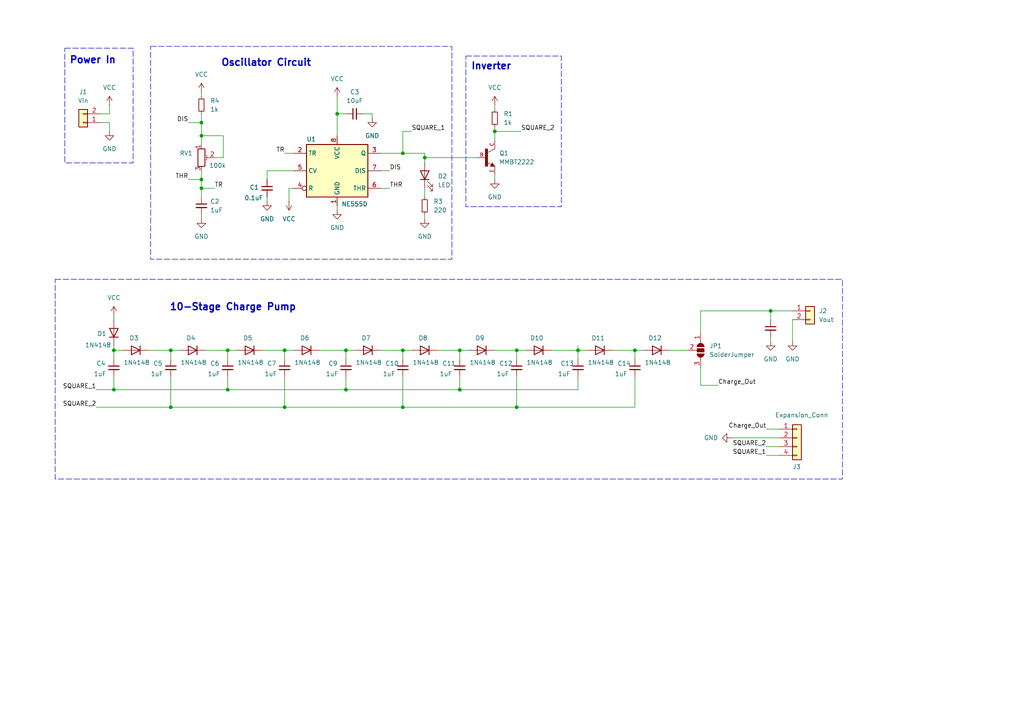
<source format=kicad_sch>
(kicad_sch (version 20231120) (generator "eeschema") (generator_version "8.0")
  (paper "A4")
  (title_block (title "NE555 Charge Pump") (date "2024-06-27") (rev "1.0") (company "EngrEDU"))
  (lib_symbols
    (symbol "Connector_Generic:Conn_01x02" (pin_names (offset 1.016) hide)
      (property "Reference" "J" (at 0 2.54 0))
      (property "Value" "Conn_01x02" (at 0 -5.08 0))
      (symbol "Conn_01x02_1_1"
        (rectangle (start -1.27 -2.413) (end 0 -2.667) (stroke (width 0.1524)))
        (rectangle (start -1.27 0.127) (end 0 -0.127) (stroke (width 0.1524)))
        (rectangle (start -1.27 1.27) (end 1.27 -3.81) (stroke (width 0.254)) (fill (type background)))
        (pin passive line (at -5.08 0 0) (length 3.81) (name "Pin_1") (number "1"))
        (pin passive line (at -5.08 -2.54 0) (length 3.81) (name "Pin_2") (number "2"))
      )
    )
    (symbol "Connector_Generic:Conn_01x04" (pin_names (offset 1.016) hide)
      (property "Reference" "J" (at 0 5.08 0))
      (property "Value" "Conn_01x04" (at 0 -7.62 0))
      (symbol "Conn_01x04_1_1"
        (rectangle (start -1.27 -4.953) (end 0 -5.207) (stroke (width 0.1524)))
        (rectangle (start -1.27 -2.413) (end 0 -2.667) (stroke (width 0.1524)))
        (rectangle (start -1.27 0.127) (end 0 -0.127) (stroke (width 0.1524)))
        (rectangle (start -1.27 2.667) (end 0 2.413) (stroke (width 0.1524)))
        (rectangle (start -1.27 3.81) (end 1.27 -6.35) (stroke (width 0.254)) (fill (type background)))
        (pin passive line (at -5.08 2.54 0) (length 3.81) (name "Pin_1") (number "1"))
        (pin passive line (at -5.08 0 0) (length 3.81) (name "Pin_2") (number "2"))
        (pin passive line (at -5.08 -2.54 0) (length 3.81) (name "Pin_3") (number "3"))
        (pin passive line (at -5.08 -5.08 0) (length 3.81) (name "Pin_4") (number "4"))
      )
    )
    (symbol "Device:C_Small" (pin_numbers hide) (pin_names (offset 0.254) hide)
      (property "Reference" "C" (at 0.254 1.778 0))
      (property "Value" "C_Small" (at 0.254 -2.032 0))
      (symbol "C_Small_0_1"
        (polyline (pts (xy -1.524 -0.508) (xy 1.524 -0.508)) (stroke (width 0.3302)))
        (polyline (pts (xy -1.524 0.508) (xy 1.524 0.508)) (stroke (width 0.3048)))
      )
      (symbol "C_Small_1_1"
        (pin passive line (at 0 2.54 270) (length 2.032) (name "~") (number "1"))
        (pin passive line (at 0 -2.54 90) (length 2.032) (name "~") (number "2"))
      )
    )
    (symbol "Device:LED" (pin_numbers hide) (pin_names (offset 1.016) hide)
      (property "Reference" "D" (at 0 2.54 0))
      (property "Value" "LED" (at 0 -2.54 0))
      (symbol "LED_0_1"
        (polyline (pts (xy -1.27 -1.27) (xy -1.27 1.27)) (stroke (width 0.254)))
        (polyline (pts (xy -1.27 0) (xy 1.27 0)))
        (polyline (pts (xy 1.27 -1.27) (xy 1.27 1.27) (xy -1.27 0) (xy 1.27 -1.27)) (stroke (width 0.254)))
        (polyline (pts (xy -3.048 -0.762) (xy -4.572 -2.286) (xy -3.81 -2.286) (xy -4.572 -2.286) (xy -4.572 -1.524)))
        (polyline (pts (xy -1.778 -0.762) (xy -3.302 -2.286) (xy -2.54 -2.286) (xy -3.302 -2.286) (xy -3.302 -1.524)))
      )
      (symbol "LED_1_1"
        (pin passive line (at -3.81 0 0) (length 2.54) (name "K") (number "1"))
        (pin passive line (at 3.81 0 180) (length 2.54) (name "A") (number "2"))
      )
    )
    (symbol "Device:R_Potentiometer_Trim" (pin_names (offset 1.016) hide)
      (property "Reference" "RV" (at -4.445 0 90))
      (property "Value" "R_Potentiometer_Trim" (at -2.54 0 90))
      (symbol "R_Potentiometer_Trim_0_1"
        (polyline (pts (xy 1.524 0.762) (xy 1.524 -0.762)))
        (polyline (pts (xy 2.54 0) (xy 1.524 0)))
        (rectangle (start 1.016 2.54) (end -1.016 -2.54) (stroke (width 0.254)))
      )
      (symbol "R_Potentiometer_Trim_1_1"
        (pin passive line (at 0 3.81 270) (length 1.27) (name "1") (number "1"))
        (pin passive line (at 3.81 0 180) (length 1.27) (name "2") (number "2"))
        (pin passive line (at 0 -3.81 90) (length 1.27) (name "3") (number "3"))
      )
    )
    (symbol "Device:R_Small" (pin_numbers hide) (pin_names (offset 0.254) hide)
      (property "Reference" "R" (at 0.762 0.508 0))
      (property "Value" "R_Small" (at 0.762 -1.016 0))
      (symbol "R_Small_0_1"
        (rectangle (start -0.762 1.778) (end 0.762 -1.778) (stroke (width 0.2032)))
      )
      (symbol "R_Small_1_1"
        (pin passive line (at 0 2.54 270) (length 0.762) (name "~") (number "1"))
        (pin passive line (at 0 -2.54 90) (length 0.762) (name "~") (number "2"))
      )
    )
    (symbol "Diode:1N4148" (pin_numbers hide) (pin_names hide)
      (property "Reference" "D" (at 0 2.54 0))
      (property "Value" "1N4148" (at 0 -2.54 0))
      (symbol "1N4148_0_1"
        (polyline (pts (xy -1.27 1.27) (xy -1.27 -1.27)) (stroke (width 0.254)))
        (polyline (pts (xy 1.27 0) (xy -1.27 0)))
        (polyline (pts (xy 1.27 1.27) (xy 1.27 -1.27) (xy -1.27 0) (xy 1.27 1.27)) (stroke (width 0.254)))
      )
      (symbol "1N4148_1_1"
        (pin passive line (at -3.81 0 0) (length 2.54) (name "K") (number "1"))
        (pin passive line (at 3.81 0 180) (length 2.54) (name "A") (number "2"))
      )
    )
    (symbol "Jumper:SolderJumper_3_Open" (pin_names (offset 0) hide) (exclude_from_sim yes) (in_bom no)
      (property "Reference" "JP" (at -2.54 -2.54 0))
      (property "Value" "SolderJumper_3_Open" (at 0 2.794 0))
      (symbol "SolderJumper_3_Open_0_1"
        (arc (start -1.016 1.016) (mid -2.0276 0) (end -1.016 -1.016))
        (arc (start -1.016 1.016) (mid -2.0276 0) (end -1.016 -1.016) (fill (type outline)))
        (rectangle (start -0.508 1.016) (end 0.508 -1.016) (fill (type outline)))
        (polyline (pts (xy -2.54 0) (xy -2.032 0)))
        (polyline (pts (xy -1.016 1.016) (xy -1.016 -1.016)))
        (polyline (pts (xy 0 -1.27) (xy 0 -1.016)))
        (polyline (pts (xy 1.016 1.016) (xy 1.016 -1.016)))
        (polyline (pts (xy 2.54 0) (xy 2.032 0)))
        (arc (start 1.016 -1.016) (mid 2.0276 0) (end 1.016 1.016))
        (arc (start 1.016 -1.016) (mid 2.0276 0) (end 1.016 1.016) (fill (type outline)))
      )
      (symbol "SolderJumper_3_Open_1_1"
        (pin passive line (at -5.08 0 0) (length 2.54) (name "A") (number "1"))
        (pin passive line (at 0 -3.81 90) (length 2.54) (name "C") (number "2"))
        (pin passive line (at 5.08 0 180) (length 2.54) (name "B") (number "3"))
      )
    )
    (symbol "MMBT2222:MMBT2222_" (pin_names (offset 1.016))
      (property "Reference" "Q" (at -10.1692 7.6269 0))
      (property "Value" "MMBT2222_" (at -10.1765 5.0882 0))
      (symbol "MMBT2222__0_0"
        (rectangle (start -0.2541 -2.5408) (end 0.508 2.54) (stroke (width 0.1)) (fill (type outline)))
        (polyline (pts (xy 1.27 -2.54) (xy 1.778 -1.524)) (stroke (width 0.1524)))
        (polyline (pts (xy 1.524 -2.413) (xy 2.286 -2.413)) (stroke (width 0.254)))
        (polyline (pts (xy 1.524 -2.286) (xy 1.905 -2.286)) (stroke (width 0.254)))
        (polyline (pts (xy 1.54 -2.04) (xy 0.308 -1.424)) (stroke (width 0.1524)))
        (polyline (pts (xy 1.778 -1.778) (xy 1.524 -2.286)) (stroke (width 0.254)))
        (polyline (pts (xy 1.778 -1.524) (xy 2.54 -2.54)) (stroke (width 0.1524)))
        (polyline (pts (xy 1.905 -2.286) (xy 1.778 -2.032)) (stroke (width 0.254)))
        (polyline (pts (xy 2.286 -2.413) (xy 1.778 -1.778)) (stroke (width 0.254)))
        (polyline (pts (xy 2.54 -2.54) (xy 1.27 -2.54)) (stroke (width 0.1524)))
        (polyline (pts (xy 2.54 2.54) (xy 0.508 1.524)) (stroke (width 0.1524)))
        (pin passive line (at -2.54 0 0) (length 2.54) (name "~") (number "B"))
        (pin passive line (at 2.54 5.08 270) (length 2.54) (name "~") (number "C"))
        (pin passive line (at 2.54 -5.08 90) (length 2.54) (name "~") (number "E"))
      )
    )
    (symbol "Timer:NE555D"
      (property "Reference" "U" (at -10.16 8.89 0))
      (property "Value" "NE555D" (at 2.54 8.89 0))
      (symbol "NE555D_0_0"
        (pin power_in line (at 0 -10.16 90) (length 2.54) (name "GND") (number "1"))
        (pin power_in line (at 0 10.16 270) (length 2.54) (name "VCC") (number "8"))
      )
      (symbol "NE555D_0_1"
        (rectangle (start -8.89 -7.62) (end 8.89 7.62) (stroke (width 0.254)) (fill (type background)))
        (rectangle (start -8.89 -7.62) (end 8.89 7.62) (stroke (width 0.254)) (fill (type background)))
      )
      (symbol "NE555D_1_1"
        (pin input line (at -12.7 5.08 0) (length 3.81) (name "TR") (number "2"))
        (pin output line (at 12.7 5.08 180) (length 3.81) (name "Q") (number "3"))
        (pin input inverted (at -12.7 -5.08 0) (length 3.81) (name "R") (number "4"))
        (pin input line (at -12.7 0 0) (length 3.81) (name "CV") (number "5"))
        (pin input line (at 12.7 -5.08 180) (length 3.81) (name "THR") (number "6"))
        (pin input line (at 12.7 0 180) (length 3.81) (name "DIS") (number "7"))
      )
    )
    (symbol "power:GND" (power) (pin_numbers hide) (pin_names (offset 0) hide)
      (property "Value" "GND" (at 0 -3.81 0))
      (symbol "GND_0_1"
        (polyline (pts (xy 0 0) (xy 0 -1.27) (xy 1.27 -1.27) (xy 0 -2.54) (xy -1.27 -1.27) (xy 0 -1.27)))
      )
      (symbol "GND_1_1"
        (pin power_in line (at 0 0 270) (length 0) (name "~") (number "1"))
      )
    )
    (symbol "power:VCC" (power) (pin_numbers hide) (pin_names (offset 0) hide)
      (property "Value" "VCC" (at 0 3.556 0))
      (symbol "VCC_0_1"
        (polyline (pts (xy -0.762 1.27) (xy 0 2.54)))
        (polyline (pts (xy 0 0) (xy 0 2.54)))
        (polyline (pts (xy 0 2.54) (xy 0.762 1.27)))
      )
      (symbol "VCC_1_1"
        (pin power_in line (at 0 0 90) (length 0) (name "~") (number "1"))
      )
    )
  )
  (junction (at 149.86 101.6))
  (junction (at 116.84 44.45))
  (junction (at 58.42 39.37))
  (junction (at 123.19 45.72))
  (junction (at 100.33 101.6))
  (junction (at 66.04 101.6))
  (junction (at 100.33 113.03))
  (junction (at 223.52 90.17))
  (junction (at 116.84 101.6))
  (junction (at 58.42 52.07))
  (junction (at 82.55 101.6))
  (junction (at 133.35 113.03))
  (junction (at 184.15 101.6))
  (junction (at 149.86 118.11))
  (junction (at 33.02 101.6))
  (junction (at 133.35 101.6))
  (junction (at 58.42 54.61))
  (junction (at 33.02 113.03))
  (junction (at 167.64 101.6))
  (junction (at 58.42 35.56))
  (junction (at 82.55 118.11))
  (junction (at 49.53 118.11))
  (junction (at 97.79 33.02))
  (junction (at 49.53 101.6))
  (junction (at 143.51 38.1))
  (junction (at 66.04 113.03))
  (junction (at 116.84 118.11))
  (wire (pts (xy 222.25 132.08) (xy 226.06 132.08)))
  (wire (pts (xy 97.79 33.02) (xy 97.79 39.37)))
  (wire (pts (xy 133.35 101.6) (xy 135.89 101.6)))
  (wire (pts (xy 54.61 35.56) (xy 58.42 35.56)))
  (wire (pts (xy 167.64 100.33) (xy 167.64 101.6)))
  (wire (pts (xy 203.2 96.52) (xy 203.2 90.17)))
  (wire (pts (xy 31.75 30.48) (xy 31.75 33.02)))
  (wire (pts (xy 143.51 38.1) (xy 151.13 38.1)))
  (wire (pts (xy 66.04 109.22) (xy 66.04 113.03)))
  (wire (pts (xy 167.64 109.22) (xy 167.64 113.03)))
  (wire (pts (xy 100.33 113.03) (xy 66.04 113.03)))
  (wire (pts (xy 49.53 118.11) (xy 49.53 109.22)))
  (wire (pts (xy 143.51 30.48) (xy 143.51 31.75)))
  (wire (pts (xy 167.64 101.6) (xy 167.64 104.14)))
  (wire (pts (xy 97.79 33.02) (xy 100.33 33.02)))
  (wire (pts (xy 54.61 52.07) (xy 58.42 52.07)))
  (wire (pts (xy 110.49 101.6) (xy 116.84 101.6)))
  (wire (pts (xy 82.55 101.6) (xy 85.09 101.6)))
  (wire (pts (xy 97.79 27.94) (xy 97.79 33.02)))
  (wire (pts (xy 27.94 113.03) (xy 33.02 113.03)))
  (wire (pts (xy 58.42 54.61) (xy 58.42 57.15)))
  (wire (pts (xy 92.71 101.6) (xy 100.33 101.6)))
  (wire (pts (xy 223.52 90.17) (xy 229.87 90.17)))
  (wire (pts (xy 184.15 118.11) (xy 149.86 118.11)))
  (wire (pts (xy 194.31 101.6) (xy 199.39 101.6)))
  (wire (pts (xy 116.84 101.6) (xy 116.84 104.14)))
  (wire (pts (xy 149.86 101.6) (xy 143.51 101.6)))
  (wire (pts (xy 64.77 39.37) (xy 64.77 45.72)))
  (wire (pts (xy 167.64 101.6) (xy 170.18 101.6)))
  (wire (pts (xy 133.35 109.22) (xy 133.35 113.03)))
  (wire (pts (xy 77.47 57.15) (xy 77.47 58.42)))
  (wire (pts (xy 167.64 113.03) (xy 133.35 113.03)))
  (wire (pts (xy 223.52 97.79) (xy 223.52 99.06)))
  (wire (pts (xy 116.84 109.22) (xy 116.84 118.11)))
  (wire (pts (xy 66.04 101.6) (xy 68.58 101.6)))
  (wire (pts (xy 143.51 50.8) (xy 143.51 52.07)))
  (wire (pts (xy 31.75 35.56) (xy 31.75 38.1)))
  (wire (pts (xy 133.35 101.6) (xy 127 101.6)))
  (wire (pts (xy 100.33 101.6) (xy 100.33 104.14)))
  (wire (pts (xy 113.03 49.53) (xy 110.49 49.53)))
  (wire (pts (xy 82.55 101.6) (xy 76.2 101.6)))
  (wire (pts (xy 149.86 101.6) (xy 152.4 101.6)))
  (wire (pts (xy 33.02 101.6) (xy 35.56 101.6)))
  (wire (pts (xy 229.87 92.71) (xy 229.87 99.06)))
  (wire (pts (xy 222.25 124.46) (xy 226.06 124.46)))
  (wire (pts (xy 58.42 35.56) (xy 58.42 39.37)))
  (wire (pts (xy 33.02 91.44) (xy 33.02 92.71)))
  (wire (pts (xy 58.42 54.61) (xy 62.23 54.61)))
  (wire (pts (xy 83.82 58.42) (xy 83.82 54.61)))
  (wire (pts (xy 66.04 113.03) (xy 33.02 113.03)))
  (wire (pts (xy 100.33 109.22) (xy 100.33 113.03)))
  (wire (pts (xy 222.25 129.54) (xy 226.06 129.54)))
  (wire (pts (xy 58.42 49.53) (xy 58.42 52.07)))
  (wire (pts (xy 116.84 118.11) (xy 82.55 118.11)))
  (wire (pts (xy 110.49 44.45) (xy 116.84 44.45)))
  (wire (pts (xy 58.42 52.07) (xy 58.42 54.61)))
  (wire (pts (xy 49.53 101.6) (xy 49.53 104.14)))
  (wire (pts (xy 212.09 127) (xy 226.06 127)))
  (wire (pts (xy 107.95 34.29) (xy 107.95 33.02)))
  (wire (pts (xy 107.95 33.02) (xy 105.41 33.02)))
  (wire (pts (xy 116.84 44.45) (xy 123.19 44.45)))
  (wire (pts (xy 113.03 54.61) (xy 110.49 54.61)))
  (wire (pts (xy 123.19 44.45) (xy 123.19 45.72)))
  (wire (pts (xy 123.19 54.61) (xy 123.19 57.15)))
  (wire (pts (xy 123.19 62.23) (xy 123.19 63.5)))
  (wire (pts (xy 58.42 26.67) (xy 58.42 27.94)))
  (wire (pts (xy 208.28 111.76) (xy 203.2 111.76)))
  (wire (pts (xy 133.35 113.03) (xy 100.33 113.03)))
  (wire (pts (xy 133.35 104.14) (xy 133.35 101.6)))
  (wire (pts (xy 58.42 39.37) (xy 58.42 41.91)))
  (wire (pts (xy 184.15 101.6) (xy 186.69 101.6)))
  (wire (pts (xy 100.33 101.6) (xy 102.87 101.6)))
  (wire (pts (xy 49.53 101.6) (xy 52.07 101.6)))
  (wire (pts (xy 82.55 109.22) (xy 82.55 118.11)))
  (wire (pts (xy 29.21 35.56) (xy 31.75 35.56)))
  (wire (pts (xy 123.19 45.72) (xy 138.43 45.72)))
  (wire (pts (xy 27.94 118.11) (xy 49.53 118.11)))
  (wire (pts (xy 203.2 90.17) (xy 223.52 90.17)))
  (wire (pts (xy 66.04 104.14) (xy 66.04 101.6)))
  (wire (pts (xy 177.8 101.6) (xy 184.15 101.6)))
  (wire (pts (xy 149.86 104.14) (xy 149.86 101.6)))
  (wire (pts (xy 77.47 49.53) (xy 85.09 49.53)))
  (wire (pts (xy 149.86 109.22) (xy 149.86 118.11)))
  (wire (pts (xy 160.02 101.6) (xy 167.64 101.6)))
  (wire (pts (xy 223.52 92.71) (xy 223.52 90.17)))
  (wire (pts (xy 33.02 100.33) (xy 33.02 101.6)))
  (wire (pts (xy 123.19 45.72) (xy 123.19 46.99)))
  (wire (pts (xy 143.51 36.83) (xy 143.51 38.1)))
  (wire (pts (xy 33.02 101.6) (xy 33.02 104.14)))
  (wire (pts (xy 184.15 101.6) (xy 184.15 104.14)))
  (wire (pts (xy 82.55 44.45) (xy 85.09 44.45)))
  (wire (pts (xy 43.18 101.6) (xy 49.53 101.6)))
  (wire (pts (xy 203.2 111.76) (xy 203.2 106.68)))
  (wire (pts (xy 58.42 33.02) (xy 58.42 35.56)))
  (wire (pts (xy 119.38 38.1) (xy 116.84 38.1)))
  (wire (pts (xy 97.79 59.69) (xy 97.79 60.96)))
  (wire (pts (xy 82.55 118.11) (xy 49.53 118.11)))
  (wire (pts (xy 58.42 62.23) (xy 58.42 63.5)))
  (wire (pts (xy 143.51 38.1) (xy 143.51 40.64)))
  (wire (pts (xy 184.15 109.22) (xy 184.15 118.11)))
  (wire (pts (xy 29.21 33.02) (xy 31.75 33.02)))
  (wire (pts (xy 66.04 101.6) (xy 59.69 101.6)))
  (wire (pts (xy 77.47 52.07) (xy 77.47 49.53)))
  (wire (pts (xy 62.23 45.72) (xy 64.77 45.72)))
  (wire (pts (xy 149.86 118.11) (xy 116.84 118.11)))
  (wire (pts (xy 116.84 38.1) (xy 116.84 44.45)))
  (wire (pts (xy 33.02 113.03) (xy 33.02 109.22)))
  (wire (pts (xy 83.82 54.61) (xy 85.09 54.61)))
  (wire (pts (xy 58.42 39.37) (xy 64.77 39.37)))
  (wire (pts (xy 82.55 104.14) (xy 82.55 101.6)))
  (wire (pts (xy 116.84 101.6) (xy 119.38 101.6)))
  (rectangle (start 43.688 13.462) (end 131.064 75.184) (stroke (width 0) (type dash)))
  (rectangle (start 18.796 13.97) (end 38.608 47.244) (stroke (width 0) (type dash)))
  (rectangle (start 135.128 16.256) (end 162.814 59.944) (stroke (width 0) (type dash)))
  (rectangle (start 16.002 81.026) (end 244.348 138.938) (stroke (width 0) (type dash)))
  (text "Power In" (at 26.924 17.526 0) (effects (font (size 2 2) (thickness 0.4) (bold yes))))
  (text "Inverter\n" (at 142.494 19.304 0) (effects (font (size 2 2) (thickness 0.4) (bold yes))))
  (text "10-Stage Charge Pump" (at 67.564 89.154 0) (effects (font (size 2 2) (thickness 0.4) (bold yes))))
  (text "Oscillator Circuit" (at 77.216 18.288 0) (effects (font (size 2 2) (thickness 0.4) (bold yes))))
  (label "DIS" (at 113.03 49.53 0))
  (label "THR" (at 54.61 52.07 180))
  (label "TR" (at 82.55 44.45 180))
  (label "SQUARE_2" (at 222.25 129.54 180))
  (label "SQUARE_1" (at 222.25 132.08 180))
  (label "SQUARE_2" (at 151.13 38.1 0))
  (label "SQUARE_1" (at 119.38 38.1 0))
  (label "Charge_Out" (at 208.28 111.76 0))
  (label "SQUARE_2" (at 27.94 118.11 180))
  (label "TR" (at 62.23 54.61 0))
  (label "DIS" (at 54.61 35.56 180))
  (label "Charge_Out" (at 222.25 124.46 180))
  (label "THR" (at 113.03 54.61 0))
  (label "SQUARE_1" (at 27.94 113.03 180))
  (symbol (lib_id "Diode:1N4148") (at 88.9 101.6 180) (unit 1)
    (property "Reference" "D6" (at 88.392 98.044 0))
    (property "Value" "1N4148" (at 89.154 105.156 0))
    (property "Footprint" "Diode_SMD:D_MELF" (effects (hide yes)))
    (property "Datasheet" "https://assets.nexperia.com/documents/data-sheet/1N4148_1N4448.pdf" (effects (hide yes)))
    (property "Description" "100V 0.15A standard switching diode, DO-35" (effects (hide yes)))
    (property "Sim.Device" "D" (effects (hide yes)))
    (property "Sim.Pins" "1=K 2=A" (effects (hide yes)))
  )
  (symbol (lib_id "Device:R_Small") (at 123.19 59.69 0) (unit 1)
    (property "Reference" "R3" (at 125.73 58.4199 0) (effects (justify left)))
    (property "Value" "220" (at 125.73 60.9599 0) (effects (justify left)))
    (property "Footprint" "Resistor_SMD:R_0805_2012Metric_Pad1.20x1.40mm_HandSolder" (effects (hide yes)))
    (property "Description" "Resistor, small symbol" (effects (hide yes)))
  )
  (symbol (lib_id "Device:R_Small") (at 58.42 30.48 0) (unit 1)
    (property "Reference" "R4" (at 60.96 29.2099 0) (effects (justify left)))
    (property "Value" "1k" (at 60.96 31.7499 0) (effects (justify left)))
    (property "Footprint" "Resistor_SMD:R_0805_2012Metric_Pad1.20x1.40mm_HandSolder" (effects (hide yes)))
    (property "Description" "Resistor, small symbol" (effects (hide yes)))
  )
  (symbol (lib_id "Device:C_Small") (at 100.33 106.68 0) (unit 1)
    (property "Reference" "C9" (at 95.25 105.41 0) (effects (justify left)))
    (property "Value" "1uF" (at 94.488 108.458 0) (effects (justify left)))
    (property "Footprint" "Capacitor_SMD:C_1206_3216Metric_Pad1.33x1.80mm_HandSolder" (effects (hide yes)))
    (property "Description" "Unpolarized capacitor, small symbol" (effects (hide yes)))
  )
  (symbol (lib_id "Device:LED") (at 123.19 50.8 90) (unit 1)
    (property "Reference" "D2" (at 127 51.1174 90) (effects (justify right)))
    (property "Value" "LED" (at 127 53.6574 90) (effects (justify right)))
    (property "Footprint" "LED_SMD:LED_1206_3216Metric_Pad1.42x1.75mm_HandSolder" (effects (hide yes)))
    (property "Description" "Light emitting diode" (effects (hide yes)))
  )
  (symbol (lib_id "Diode:1N4148") (at 156.21 101.6 180) (unit 1)
    (property "Reference" "D10" (at 155.702 98.044 0))
    (property "Value" "1N4148" (at 156.464 105.156 0))
    (property "Footprint" "Diode_SMD:D_MELF" (effects (hide yes)))
    (property "Datasheet" "https://assets.nexperia.com/documents/data-sheet/1N4148_1N4448.pdf" (effects (hide yes)))
    (property "Description" "100V 0.15A standard switching diode, DO-35" (effects (hide yes)))
    (property "Sim.Device" "D" (effects (hide yes)))
    (property "Sim.Pins" "1=K 2=A" (effects (hide yes)))
  )
  (symbol (lib_id "power:VCC") (at 31.75 30.48 0) (unit 1)
    (property "Reference" "#PWR01" (effects (hide yes)))
    (property "Value" "VCC" (at 31.75 25.4 0))
    (property "Description" "Power symbol creates a global label with name \"VCC\"" (effects (hide yes)))
  )
  (symbol (lib_id "power:GND") (at 107.95 34.29 0) (unit 1)
    (property "Reference" "#PWR04" (effects (hide yes)))
    (property "Value" "GND" (at 107.95 39.37 0))
    (property "Description" "Power symbol creates a global label with name \"GND\" , ground" (effects (hide yes)))
  )
  (symbol (lib_id "power:GND") (at 229.87 99.06 0) (unit 1)
    (property "Reference" "#PWR015" (effects (hide yes)))
    (property "Value" "GND" (at 229.87 104.14 0))
    (property "Description" "Power symbol creates a global label with name \"GND\" , ground" (effects (hide yes)))
  )
  (symbol (lib_id "Device:C_Small") (at 223.52 95.25 0) (unit 1)
    (property "Reference" "C8" (effects (hide yes)))
    (property "Value" "1uF" (effects (hide yes)))
    (property "Footprint" "Capacitor_SMD:C_1206_3216Metric_Pad1.33x1.80mm_HandSolder" (effects (hide yes)))
    (property "Description" "Unpolarized capacitor, small symbol" (effects (hide yes)))
  )
  (symbol (lib_id "Connector_Generic:Conn_01x04") (at 231.14 127 0) (unit 1)
    (property "Reference" "J3" (at 229.87 135.382 0) (effects (justify left)))
    (property "Value" "Expansion_Conn" (at 224.79 120.396 0) (effects (justify left)))
    (property "Footprint" "Connector_PinHeader_2.54mm:PinHeader_1x04_P2.54mm_Horizontal" (effects (hide yes)))
    (property "Description" "Generic connector, single row, 01x04, script generated (kicad-library-utils/schlib/autogen/connector/)" (effects (hide yes)))
  )
  (symbol (lib_id "Device:C_Small") (at 102.87 33.02 90) (unit 1)
    (property "Reference" "C3" (at 102.8763 26.67 90))
    (property "Value" "10uF" (at 102.8763 29.21 90))
    (property "Footprint" "Capacitor_SMD:C_1206_3216Metric_Pad1.33x1.80mm_HandSolder" (effects (hide yes)))
    (property "Description" "Unpolarized capacitor, small symbol" (effects (hide yes)))
  )
  (symbol (lib_id "Diode:1N4148") (at 173.99 101.6 180) (unit 1)
    (property "Reference" "D11" (at 173.482 98.044 0))
    (property "Value" "1N4148" (at 174.244 105.156 0))
    (property "Footprint" "Diode_SMD:D_MELF" (effects (hide yes)))
    (property "Datasheet" "https://assets.nexperia.com/documents/data-sheet/1N4148_1N4448.pdf" (effects (hide yes)))
    (property "Description" "100V 0.15A standard switching diode, DO-35" (effects (hide yes)))
    (property "Sim.Device" "D" (effects (hide yes)))
    (property "Sim.Pins" "1=K 2=A" (effects (hide yes)))
  )
  (symbol (lib_id "Device:R_Potentiometer_Trim") (at 58.42 45.72 0) (unit 1)
    (property "Reference" "RV1" (at 55.88 44.4499 0) (effects (justify right)))
    (property "Value" "100k" (at 65.532 48.006 0) (effects (justify right)))
    (property "Footprint" "Trim_Pot_100k:Trim_Pot_100k" (effects (hide yes)))
    (property "Description" "Trim-potentiometer" (effects (hide yes)))
  )
  (symbol (lib_id "Diode:1N4148") (at 55.88 101.6 180) (unit 1)
    (property "Reference" "D4" (at 55.372 98.044 0))
    (property "Value" "1N4148" (at 56.134 105.156 0))
    (property "Footprint" "Diode_SMD:D_MELF" (effects (hide yes)))
    (property "Datasheet" "https://assets.nexperia.com/documents/data-sheet/1N4148_1N4448.pdf" (effects (hide yes)))
    (property "Description" "100V 0.15A standard switching diode, DO-35" (effects (hide yes)))
    (property "Sim.Device" "D" (effects (hide yes)))
    (property "Sim.Pins" "1=K 2=A" (effects (hide yes)))
  )
  (symbol (lib_id "power:GND") (at 212.09 127 270) (unit 1)
    (property "Reference" "#PWR016" (effects (hide yes)))
    (property "Value" "GND" (at 208.28 126.9999 90) (effects (justify right)))
    (property "Description" "Power symbol creates a global label with name \"GND\" , ground" (effects (hide yes)))
  )
  (symbol (lib_id "power:VCC") (at 97.79 27.94 0) (unit 1)
    (property "Reference" "#PWR05" (effects (hide yes)))
    (property "Value" "VCC" (at 97.79 22.86 0))
    (property "Description" "Power symbol creates a global label with name \"VCC\"" (effects (hide yes)))
  )
  (symbol (lib_id "power:VCC") (at 143.51 30.48 0) (unit 1)
    (property "Reference" "#PWR012" (effects (hide yes)))
    (property "Value" "VCC" (at 143.51 25.4 0))
    (property "Description" "Power symbol creates a global label with name \"VCC\"" (effects (hide yes)))
  )
  (symbol (lib_id "power:GND") (at 143.51 52.07 0) (unit 1)
    (property "Reference" "#PWR011" (effects (hide yes)))
    (property "Value" "GND" (at 143.51 57.15 0))
    (property "Description" "Power symbol creates a global label with name \"GND\" , ground" (effects (hide yes)))
  )
  (symbol (lib_id "Diode:1N4148") (at 139.7 101.6 180) (unit 1)
    (property "Reference" "D9" (at 139.192 98.044 0))
    (property "Value" "1N4148" (at 139.954 105.156 0))
    (property "Footprint" "Diode_SMD:D_MELF" (effects (hide yes)))
    (property "Datasheet" "https://assets.nexperia.com/documents/data-sheet/1N4148_1N4448.pdf" (effects (hide yes)))
    (property "Description" "100V 0.15A standard switching diode, DO-35" (effects (hide yes)))
    (property "Sim.Device" "D" (effects (hide yes)))
    (property "Sim.Pins" "1=K 2=A" (effects (hide yes)))
  )
  (symbol (lib_id "power:VCC") (at 33.02 91.44 0) (unit 1)
    (property "Reference" "#PWR013" (effects (hide yes)))
    (property "Value" "VCC" (at 33.02 86.36 0))
    (property "Description" "Power symbol creates a global label with name \"VCC\"" (effects (hide yes)))
  )
  (symbol (lib_id "Diode:1N4148") (at 72.39 101.6 180) (unit 1)
    (property "Reference" "D5" (at 71.882 98.044 0))
    (property "Value" "1N4148" (at 72.644 105.156 0))
    (property "Footprint" "Diode_SMD:D_MELF" (effects (hide yes)))
    (property "Datasheet" "https://assets.nexperia.com/documents/data-sheet/1N4148_1N4448.pdf" (effects (hide yes)))
    (property "Description" "100V 0.15A standard switching diode, DO-35" (effects (hide yes)))
    (property "Sim.Device" "D" (effects (hide yes)))
    (property "Sim.Pins" "1=K 2=A" (effects (hide yes)))
  )
  (symbol (lib_id "power:GND") (at 77.47 58.42 0) (unit 1)
    (property "Reference" "#PWR09" (effects (hide yes)))
    (property "Value" "GND" (at 77.47 63.5 0))
    (property "Description" "Power symbol creates a global label with name \"GND\" , ground" (effects (hide yes)))
  )
  (symbol (lib_id "Device:R_Small") (at 143.51 34.29 0) (unit 1)
    (property "Reference" "R1" (at 146.05 33.0199 0) (effects (justify left)))
    (property "Value" "1k" (at 146.05 35.5599 0) (effects (justify left)))
    (property "Footprint" "Resistor_SMD:R_0805_2012Metric_Pad1.20x1.40mm_HandSolder" (effects (hide yes)))
    (property "Description" "Resistor, small symbol" (effects (hide yes)))
  )
  (symbol (lib_id "Device:C_Small") (at 58.42 59.69 0) (unit 1)
    (property "Reference" "C2" (at 60.96 58.4262 0) (effects (justify left)))
    (property "Value" "1uF" (at 60.96 60.9662 0) (effects (justify left)))
    (property "Footprint" "Capacitor_SMD:C_0805_2012Metric_Pad1.18x1.45mm_HandSolder" (effects (hide yes)))
    (property "Description" "Unpolarized capacitor, small symbol" (effects (hide yes)))
  )
  (symbol (lib_id "Connector_Generic:Conn_01x02") (at 234.95 90.17 0) (unit 1)
    (property "Reference" "J2" (at 237.49 90.1699 0) (effects (justify left)))
    (property "Value" "Vout" (at 237.49 92.7099 0) (effects (justify left)))
    (property "Footprint" "Connector_PinHeader_2.54mm:PinHeader_1x02_P2.54mm_Vertical" (effects (hide yes)))
    (property "Description" "Generic connector, single row, 01x02, script generated (kicad-library-utils/schlib/autogen/connector/)" (effects (hide yes)))
  )
  (symbol (lib_id "Device:C_Small") (at 184.15 106.68 0) (unit 1)
    (property "Reference" "C14" (at 179.07 105.41 0) (effects (justify left)))
    (property "Value" "1uF" (at 178.308 108.458 0) (effects (justify left)))
    (property "Footprint" "Capacitor_SMD:C_1206_3216Metric_Pad1.33x1.80mm_HandSolder" (effects (hide yes)))
    (property "Description" "Unpolarized capacitor, small symbol" (effects (hide yes)))
  )
  (symbol (lib_id "power:GND") (at 31.75 38.1 0) (unit 1)
    (property "Reference" "#PWR02" (effects (hide yes)))
    (property "Value" "GND" (at 31.75 43.18 0))
    (property "Description" "Power symbol creates a global label with name \"GND\" , ground" (effects (hide yes)))
  )
  (symbol (lib_id "Device:C_Small") (at 49.53 106.68 0) (unit 1)
    (property "Reference" "C5" (at 44.45 105.41 0) (effects (justify left)))
    (property "Value" "1uF" (at 43.688 108.458 0) (effects (justify left)))
    (property "Footprint" "Capacitor_SMD:C_1206_3216Metric_Pad1.33x1.80mm_HandSolder" (effects (hide yes)))
    (property "Description" "Unpolarized capacitor, small symbol" (effects (hide yes)))
  )
  (symbol (lib_id "power:GND") (at 58.42 63.5 0) (unit 1)
    (property "Reference" "#PWR010" (effects (hide yes)))
    (property "Value" "GND" (at 58.42 68.58 0))
    (property "Description" "Power symbol creates a global label with name \"GND\" , ground" (effects (hide yes)))
  )
  (symbol (lib_id "Device:C_Small") (at 167.64 106.68 0) (unit 1)
    (property "Reference" "C13" (at 162.56 105.41 0) (effects (justify left)))
    (property "Value" "1uF" (at 161.798 108.458 0) (effects (justify left)))
    (property "Footprint" "Capacitor_SMD:C_1206_3216Metric_Pad1.33x1.80mm_HandSolder" (effects (hide yes)))
    (property "Description" "Unpolarized capacitor, small symbol" (effects (hide yes)))
  )
  (symbol (lib_id "Device:C_Small") (at 66.04 106.68 0) (unit 1)
    (property "Reference" "C6" (at 60.96 105.41 0) (effects (justify left)))
    (property "Value" "1uF" (at 60.198 108.458 0) (effects (justify left)))
    (property "Footprint" "Capacitor_SMD:C_1206_3216Metric_Pad1.33x1.80mm_HandSolder" (effects (hide yes)))
    (property "Description" "Unpolarized capacitor, small symbol" (effects (hide yes)))
  )
  (symbol (lib_id "Device:C_Small") (at 133.35 106.68 0) (unit 1)
    (property "Reference" "C11" (at 128.27 105.41 0) (effects (justify left)))
    (property "Value" "1uF" (at 127.508 108.458 0) (effects (justify left)))
    (property "Footprint" "Capacitor_SMD:C_1206_3216Metric_Pad1.33x1.80mm_HandSolder" (effects (hide yes)))
    (property "Description" "Unpolarized capacitor, small symbol" (effects (hide yes)))
  )
  (symbol (lib_id "power:GND") (at 123.19 63.5 0) (unit 1)
    (property "Reference" "#PWR03" (effects (hide yes)))
    (property "Value" "GND" (at 123.19 68.58 0))
    (property "Description" "Power symbol creates a global label with name \"GND\" , ground" (effects (hide yes)))
  )
  (symbol (lib_id "power:GND") (at 97.79 60.96 0) (unit 1)
    (property "Reference" "#PWR06" (effects (hide yes)))
    (property "Value" "GND" (at 97.79 66.04 0))
    (property "Description" "Power symbol creates a global label with name \"GND\" , ground" (effects (hide yes)))
  )
  (symbol (lib_id "MMBT2222:MMBT2222_") (at 140.97 45.72 0) (unit 1)
    (property "Reference" "Q1" (at 144.78 44.4499 0) (effects (justify left)))
    (property "Value" "MMBT2222" (at 144.78 46.9899 0) (effects (justify left)))
    (property "Footprint" "MMBT2222:MMBT2222" (effects (hide yes)))
    (property "MF" "ON Semiconductor" (effects (hide yes)))
    (property "Description_1" "\nBipolar (BJT) Transistor NPN 30 V 600 mA 250MHz 300 mW Surface Mount SOT-23-3 (TO-236)\n" (effects (hide yes)))
    (property "Package" "SOT-23-3 Fairchild Semiconductor" (effects (hide yes)))
    (property "Price" "None" (effects (hide yes)))
    (property "SnapEDA_Link" "https://www.snapeda.com/parts/MMBT2222/Onsemi/view-part/?ref=snap" (effects (hide yes)))
    (property "MP" "MMBT2222" (effects (hide yes)))
    (property "Purchase-URL" "https://www.snapeda.com/api/url_track_click_mouser/?unipart_id=214298&manufacturer=ON Semiconductor&part_name=MMBT2222&search_term=None" (effects (hide yes)))
    (property "Availability" "Not in stock" (effects (hide yes)))
    (property "Check_prices" "https://www.snapeda.com/parts/MMBT2222/Onsemi/view-part/?ref=eda" (effects (hide yes)))
  )
  (symbol (lib_id "Device:C_Small") (at 82.55 106.68 0) (unit 1)
    (property "Reference" "C7" (at 77.47 105.41 0) (effects (justify left)))
    (property "Value" "1uF" (at 76.708 108.458 0) (effects (justify left)))
    (property "Footprint" "Capacitor_SMD:C_1206_3216Metric_Pad1.33x1.80mm_HandSolder" (effects (hide yes)))
    (property "Description" "Unpolarized capacitor, small symbol" (effects (hide yes)))
  )
  (symbol (lib_id "Device:C_Small") (at 149.86 106.68 0) (unit 1)
    (property "Reference" "C12" (at 144.78 105.41 0) (effects (justify left)))
    (property "Value" "1uF" (at 144.018 108.458 0) (effects (justify left)))
    (property "Footprint" "Capacitor_SMD:C_1206_3216Metric_Pad1.33x1.80mm_HandSolder" (effects (hide yes)))
    (property "Description" "Unpolarized capacitor, small symbol" (effects (hide yes)))
  )
  (symbol (lib_id "Connector_Generic:Conn_01x02") (at 24.13 35.56 180) (unit 1)
    (property "Reference" "J1" (at 24.13 26.67 0))
    (property "Value" "Vin" (at 24.13 29.21 0))
    (property "Footprint" "TerminalBlock:TerminalBlock_bornier-2_P5.08mm" (effects (hide yes)))
    (property "Description" "Generic connector, single row, 01x02, script generated (kicad-library-utils/schlib/autogen/connector/)" (effects (hide yes)))
  )
  (symbol (lib_id "Diode:1N4148") (at 33.02 96.52 90) (unit 1)
    (property "Reference" "D1" (at 28.194 96.774 90) (effects (justify right)))
    (property "Value" "1N4148" (at 24.638 100.076 90) (effects (justify right)))
    (property "Footprint" "Diode_SMD:D_MELF" (effects (hide yes)))
    (property "Datasheet" "https://assets.nexperia.com/documents/data-sheet/1N4148_1N4448.pdf" (effects (hide yes)))
    (property "Description" "100V 0.15A standard switching diode, DO-35" (effects (hide yes)))
    (property "Sim.Device" "D" (effects (hide yes)))
    (property "Sim.Pins" "1=K 2=A" (effects (hide yes)))
  )
  (symbol (lib_id "power:VCC") (at 83.82 58.42 180) (unit 1)
    (property "Reference" "#PWR08" (effects (hide yes)))
    (property "Value" "VCC" (at 83.82 63.5 0))
    (property "Description" "Power symbol creates a global label with name \"VCC\"" (effects (hide yes)))
  )
  (symbol (lib_id "Device:C_Small") (at 33.02 106.68 0) (unit 1)
    (property "Reference" "C4" (at 27.94 105.41 0) (effects (justify left)))
    (property "Value" "1uF" (at 27.178 108.458 0) (effects (justify left)))
    (property "Footprint" "Capacitor_SMD:C_1206_3216Metric_Pad1.33x1.80mm_HandSolder" (effects (hide yes)))
    (property "Description" "Unpolarized capacitor, small symbol" (effects (hide yes)))
  )
  (symbol (lib_id "power:VCC") (at 58.42 26.67 0) (unit 1)
    (property "Reference" "#PWR07" (effects (hide yes)))
    (property "Value" "VCC" (at 58.42 21.59 0))
    (property "Description" "Power symbol creates a global label with name \"VCC\"" (effects (hide yes)))
  )
  (symbol (lib_id "Device:C_Small") (at 116.84 106.68 0) (unit 1)
    (property "Reference" "C10" (at 111.76 105.41 0) (effects (justify left)))
    (property "Value" "1uF" (at 110.998 108.458 0) (effects (justify left)))
    (property "Footprint" "Capacitor_SMD:C_1206_3216Metric_Pad1.33x1.80mm_HandSolder" (effects (hide yes)))
    (property "Description" "Unpolarized capacitor, small symbol" (effects (hide yes)))
  )
  (symbol (lib_id "Device:C_Small") (at 77.47 54.61 0) (unit 1)
    (property "Reference" "C1" (at 72.39 54.356 0) (effects (justify left)))
    (property "Value" "0.1uF" (at 70.866 57.404 0) (effects (justify left)))
    (property "Footprint" "Capacitor_SMD:C_0805_2012Metric_Pad1.18x1.45mm_HandSolder" (effects (hide yes)))
    (property "Description" "Unpolarized capacitor, small symbol" (effects (hide yes)))
  )
  (symbol (lib_id "Diode:1N4148") (at 123.19 101.6 180) (unit 1)
    (property "Reference" "D8" (at 122.682 98.044 0))
    (property "Value" "1N4148" (at 123.444 105.156 0))
    (property "Footprint" "Diode_SMD:D_MELF" (effects (hide yes)))
    (property "Datasheet" "https://assets.nexperia.com/documents/data-sheet/1N4148_1N4448.pdf" (effects (hide yes)))
    (property "Description" "100V 0.15A standard switching diode, DO-35" (effects (hide yes)))
    (property "Sim.Device" "D" (effects (hide yes)))
    (property "Sim.Pins" "1=K 2=A" (effects (hide yes)))
  )
  (symbol (lib_id "Diode:1N4148") (at 39.37 101.6 180) (unit 1)
    (property "Reference" "D3" (at 38.862 98.044 0))
    (property "Value" "1N4148" (at 39.624 105.156 0))
    (property "Footprint" "Diode_SMD:D_MELF" (effects (hide yes)))
    (property "Datasheet" "https://assets.nexperia.com/documents/data-sheet/1N4148_1N4448.pdf" (effects (hide yes)))
    (property "Description" "100V 0.15A standard switching diode, DO-35" (effects (hide yes)))
    (property "Sim.Device" "D" (effects (hide yes)))
    (property "Sim.Pins" "1=K 2=A" (effects (hide yes)))
  )
  (symbol (lib_id "Timer:NE555D") (at 97.79 49.53 0) (unit 1)
    (property "Reference" "U1" (at 88.9 40.386 0) (effects (justify left)))
    (property "Value" "NE555D" (at 99.06 59.182 0) (effects (justify left)))
    (property "Footprint" "Package_SO:SOIC-8_3.9x4.9mm_P1.27mm" (effects (hide yes)))
    (property "Datasheet" "http://www.ti.com/lit/ds/symlink/ne555.pdf" (effects (hide yes)))
    (property "Description" "Precision Timers, 555 compatible, SOIC-8" (effects (hide yes)))
  )
  (symbol (lib_id "Jumper:SolderJumper_3_Open") (at 203.2 101.6 270) (unit 1) (exclude_from_sim yes) (in_bom no)
    (property "Reference" "JP1" (at 205.74 100.3299 90) (effects (justify left)))
    (property "Value" "SolderJumper" (at 205.74 102.8699 90) (effects (justify left)))
    (property "Footprint" "Jumper:SolderJumper-3_P1.3mm_Open_RoundedPad1.0x1.5mm" (effects (hide yes)))
    (property "Description" "Solder Jumper, 3-pole, open" (effects (hide yes)))
  )
  (symbol (lib_id "Diode:1N4148") (at 190.5 101.6 180) (unit 1)
    (property "Reference" "D12" (at 189.992 98.044 0))
    (property "Value" "1N4148" (at 190.754 105.156 0))
    (property "Footprint" "Diode_SMD:D_MELF" (effects (hide yes)))
    (property "Datasheet" "https://assets.nexperia.com/documents/data-sheet/1N4148_1N4448.pdf" (effects (hide yes)))
    (property "Description" "100V 0.15A standard switching diode, DO-35" (effects (hide yes)))
    (property "Sim.Device" "D" (effects (hide yes)))
    (property "Sim.Pins" "1=K 2=A" (effects (hide yes)))
  )
  (symbol (lib_id "power:GND") (at 223.52 99.06 0) (unit 1)
    (property "Reference" "#PWR014" (effects (hide yes)))
    (property "Value" "GND" (at 223.52 104.14 0))
    (property "Description" "Power symbol creates a global label with name \"GND\" , ground" (effects (hide yes)))
  )
  (symbol (lib_id "Diode:1N4148") (at 106.68 101.6 180) (unit 1)
    (property "Reference" "D7" (at 106.172 98.044 0))
    (property "Value" "1N4148" (at 106.934 105.156 0))
    (property "Footprint" "Diode_SMD:D_MELF" (effects (hide yes)))
    (property "Datasheet" "https://assets.nexperia.com/documents/data-sheet/1N4148_1N4448.pdf" (effects (hide yes)))
    (property "Description" "100V 0.15A standard switching diode, DO-35" (effects (hide yes)))
    (property "Sim.Device" "D" (effects (hide yes)))
    (property "Sim.Pins" "1=K 2=A" (effects (hide yes)))
  )
)
</source>
